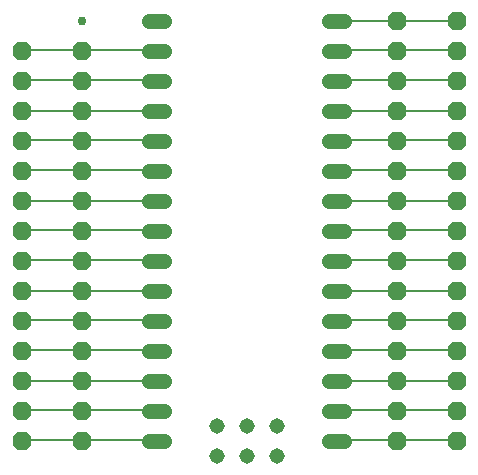
<source format=gbr>
G04 EAGLE Gerber X2 export*
%TF.Part,Single*%
%TF.FileFunction,Copper,L1,Top,Mixed*%
%TF.FilePolarity,Positive*%
%TF.GenerationSoftware,Autodesk,EAGLE,8.6.0*%
%TF.CreationDate,2018-03-12T22:46:37Z*%
G75*
%MOMM*%
%FSLAX34Y34*%
%LPD*%
%AMOC8*
5,1,8,0,0,1.08239X$1,22.5*%
G01*
%ADD10C,1.308000*%
%ADD11C,1.308000*%
%ADD12P,1.732040X8X22.500000*%
%ADD13C,0.152400*%
%ADD14C,0.756400*%


D10*
X1352360Y177800D02*
X1365440Y177800D01*
X1365440Y203200D02*
X1352360Y203200D01*
X1352360Y228600D02*
X1365440Y228600D01*
X1365440Y254000D02*
X1352360Y254000D01*
X1352360Y279400D02*
X1365440Y279400D01*
X1365440Y304800D02*
X1352360Y304800D01*
X1352360Y330200D02*
X1365440Y330200D01*
X1365440Y355600D02*
X1352360Y355600D01*
X1352360Y381000D02*
X1365440Y381000D01*
X1365440Y406400D02*
X1352360Y406400D01*
X1352360Y431800D02*
X1365440Y431800D01*
X1365440Y457200D02*
X1352360Y457200D01*
X1213040Y177800D02*
X1199960Y177800D01*
X1199960Y203200D02*
X1213040Y203200D01*
X1213040Y228600D02*
X1199960Y228600D01*
X1199960Y381000D02*
X1213040Y381000D01*
X1213040Y406400D02*
X1199960Y406400D01*
X1199960Y431800D02*
X1213040Y431800D01*
X1213040Y457200D02*
X1199960Y457200D01*
X1199960Y533400D02*
X1213040Y533400D01*
X1352360Y533400D02*
X1365440Y533400D01*
X1365440Y508000D02*
X1352360Y508000D01*
X1352360Y482600D02*
X1365440Y482600D01*
X1213040Y508000D02*
X1199960Y508000D01*
X1199960Y482600D02*
X1213040Y482600D01*
X1213040Y254000D02*
X1199960Y254000D01*
D11*
X1257300Y190500D03*
X1282700Y190500D03*
X1308100Y190500D03*
D10*
X1213040Y355600D02*
X1199960Y355600D01*
X1199960Y330200D02*
X1213040Y330200D01*
X1213040Y304800D02*
X1199960Y304800D01*
X1199960Y279400D02*
X1213040Y279400D01*
D11*
X1257300Y165100D03*
X1282700Y165100D03*
X1308100Y165100D03*
D12*
X1143000Y177800D03*
X1143000Y203200D03*
X1143000Y228600D03*
X1143000Y254000D03*
X1143000Y279400D03*
X1143000Y304800D03*
X1143000Y330200D03*
X1143000Y355600D03*
X1143000Y381000D03*
X1143000Y406400D03*
X1143000Y431800D03*
X1143000Y457200D03*
X1143000Y482600D03*
X1143000Y508000D03*
X1409700Y508000D03*
X1409700Y482600D03*
X1409700Y457200D03*
X1409700Y431800D03*
X1409700Y406400D03*
X1409700Y381000D03*
X1409700Y355600D03*
X1409700Y330200D03*
X1409700Y304800D03*
X1409700Y279400D03*
X1409700Y228600D03*
X1409700Y177800D03*
X1409700Y203200D03*
X1409700Y254000D03*
X1460500Y508000D03*
X1460500Y482600D03*
X1460500Y457200D03*
X1460500Y431800D03*
X1460500Y406400D03*
X1460500Y381000D03*
X1460500Y355600D03*
X1460500Y330200D03*
X1460500Y304800D03*
X1460500Y279400D03*
X1460500Y228600D03*
X1460500Y177800D03*
X1460500Y203200D03*
X1460500Y254000D03*
X1460500Y533400D03*
X1409700Y533400D03*
X1092200Y508000D03*
X1092200Y482600D03*
X1092200Y457200D03*
X1092200Y431800D03*
X1092200Y406400D03*
X1092200Y381000D03*
X1092200Y355600D03*
X1092200Y330200D03*
X1092200Y304800D03*
X1092200Y279400D03*
X1092200Y228600D03*
X1092200Y177800D03*
X1092200Y203200D03*
X1092200Y254000D03*
D13*
X1359408Y483108D02*
X1409700Y483108D01*
X1359408Y483108D02*
X1358900Y482600D01*
X1409700Y483108D02*
X1459992Y483108D01*
X1460500Y482600D01*
X1409700Y482600D02*
X1409700Y483108D01*
X1409700Y457200D02*
X1358900Y457200D01*
X1409700Y457200D02*
X1460500Y457200D01*
X1409700Y432816D02*
X1359408Y432816D01*
X1358900Y431800D01*
X1409700Y432816D02*
X1459992Y432816D01*
X1460500Y431800D01*
X1409700Y431800D02*
X1409700Y432816D01*
X1409700Y406908D02*
X1359408Y406908D01*
X1358900Y406400D01*
X1409700Y406908D02*
X1459992Y406908D01*
X1460500Y406400D01*
X1409700Y406400D02*
X1409700Y406908D01*
X1409700Y381000D02*
X1358900Y381000D01*
X1409700Y381000D02*
X1460500Y381000D01*
X1409700Y356616D02*
X1359408Y356616D01*
X1358900Y355600D01*
X1409700Y356616D02*
X1459992Y356616D01*
X1460500Y355600D01*
X1409700Y355600D02*
X1409700Y356616D01*
X1409700Y330708D02*
X1359408Y330708D01*
X1358900Y330200D01*
X1409700Y330708D02*
X1459992Y330708D01*
X1460500Y330200D01*
X1409700Y330200D02*
X1409700Y330708D01*
X1409700Y304800D02*
X1358900Y304800D01*
X1409700Y304800D02*
X1460500Y304800D01*
X1409700Y280416D02*
X1359408Y280416D01*
X1358900Y279400D01*
X1409700Y280416D02*
X1459992Y280416D01*
X1460500Y279400D01*
X1409700Y279400D02*
X1409700Y280416D01*
X1409700Y228600D02*
X1358900Y228600D01*
X1409700Y228600D02*
X1460500Y228600D01*
X1409700Y178308D02*
X1359408Y178308D01*
X1358900Y177800D01*
X1409700Y178308D02*
X1459992Y178308D01*
X1460500Y177800D01*
X1409700Y177800D02*
X1409700Y178308D01*
X1409700Y204216D02*
X1359408Y204216D01*
X1358900Y203200D01*
X1409700Y204216D02*
X1459992Y204216D01*
X1460500Y203200D01*
X1409700Y203200D02*
X1409700Y204216D01*
X1409700Y254508D02*
X1359408Y254508D01*
X1358900Y254000D01*
X1409700Y254508D02*
X1459992Y254508D01*
X1460500Y254000D01*
X1409700Y254000D02*
X1409700Y254508D01*
X1409700Y509016D02*
X1359408Y509016D01*
X1358900Y508000D01*
X1409700Y509016D02*
X1459992Y509016D01*
X1460500Y508000D01*
X1409700Y508000D02*
X1409700Y509016D01*
X1205484Y509016D02*
X1143000Y509016D01*
X1205484Y509016D02*
X1206500Y508000D01*
X1143000Y509016D02*
X1092708Y509016D01*
X1092200Y508000D01*
X1143000Y508000D02*
X1143000Y509016D01*
X1143000Y483108D02*
X1205484Y483108D01*
X1206500Y482600D01*
X1143000Y483108D02*
X1092708Y483108D01*
X1092200Y482600D01*
X1143000Y482600D02*
X1143000Y483108D01*
X1143000Y457200D02*
X1206500Y457200D01*
X1143000Y457200D02*
X1092200Y457200D01*
X1143000Y432816D02*
X1205484Y432816D01*
X1206500Y431800D01*
X1143000Y432816D02*
X1092708Y432816D01*
X1092200Y431800D01*
X1143000Y431800D02*
X1143000Y432816D01*
X1143000Y406908D02*
X1205484Y406908D01*
X1206500Y406400D01*
X1143000Y406908D02*
X1092708Y406908D01*
X1092200Y406400D01*
X1143000Y406400D02*
X1143000Y406908D01*
X1143000Y381000D02*
X1206500Y381000D01*
X1143000Y381000D02*
X1092200Y381000D01*
X1143000Y356616D02*
X1205484Y356616D01*
X1206500Y355600D01*
X1143000Y356616D02*
X1092708Y356616D01*
X1092200Y355600D01*
X1143000Y355600D02*
X1143000Y356616D01*
X1143000Y330708D02*
X1205484Y330708D01*
X1206500Y330200D01*
X1143000Y330708D02*
X1092708Y330708D01*
X1092200Y330200D01*
X1143000Y330200D02*
X1143000Y330708D01*
X1143000Y304800D02*
X1206500Y304800D01*
X1143000Y304800D02*
X1092200Y304800D01*
X1143000Y280416D02*
X1205484Y280416D01*
X1206500Y279400D01*
X1143000Y280416D02*
X1092708Y280416D01*
X1092200Y279400D01*
X1143000Y279400D02*
X1143000Y280416D01*
X1143000Y254508D02*
X1205484Y254508D01*
X1206500Y254000D01*
X1143000Y254508D02*
X1092708Y254508D01*
X1092200Y254000D01*
X1143000Y254000D02*
X1143000Y254508D01*
X1143000Y228600D02*
X1206500Y228600D01*
X1143000Y228600D02*
X1092200Y228600D01*
X1143000Y204216D02*
X1205484Y204216D01*
X1206500Y203200D01*
X1143000Y204216D02*
X1092708Y204216D01*
X1092200Y203200D01*
X1143000Y203200D02*
X1143000Y204216D01*
X1143000Y178308D02*
X1205484Y178308D01*
X1206500Y177800D01*
X1143000Y178308D02*
X1092708Y178308D01*
X1092200Y177800D01*
X1143000Y177800D02*
X1143000Y178308D01*
X1358900Y533400D02*
X1409700Y533400D01*
X1460500Y533400D01*
D14*
X1143000Y533400D03*
M02*

</source>
